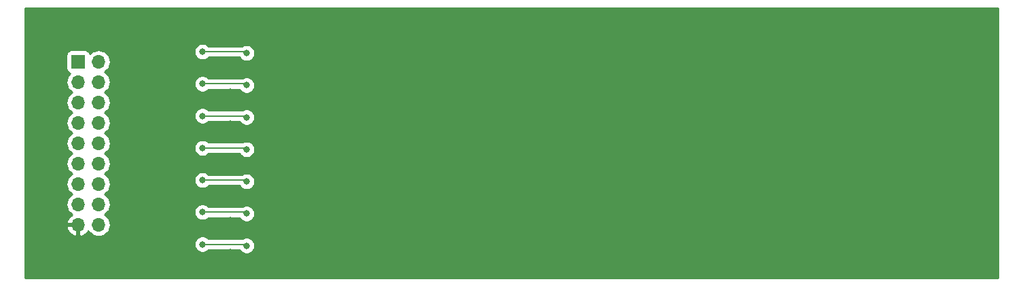
<source format=gbr>
G04 #@! TF.GenerationSoftware,KiCad,Pcbnew,5.1.4*
G04 #@! TF.CreationDate,2019-08-22T23:24:25+12:00*
G04 #@! TF.ProjectId,phloxleds,70686c6f-786c-4656-9473-2e6b69636164,rev?*
G04 #@! TF.SameCoordinates,Original*
G04 #@! TF.FileFunction,Copper,L2,Bot*
G04 #@! TF.FilePolarity,Positive*
%FSLAX46Y46*%
G04 Gerber Fmt 4.6, Leading zero omitted, Abs format (unit mm)*
G04 Created by KiCad (PCBNEW 5.1.4) date 2019-08-22 23:24:25*
%MOMM*%
%LPD*%
G04 APERTURE LIST*
%ADD10O,1.700000X1.700000*%
%ADD11R,1.700000X1.700000*%
%ADD12C,0.800000*%
%ADD13C,0.150000*%
%ADD14C,0.254000*%
G04 APERTURE END LIST*
D10*
X66455000Y-47570000D03*
X63915000Y-47570000D03*
X66455000Y-45030000D03*
X63915000Y-45030000D03*
X66455000Y-42490000D03*
X63915000Y-42490000D03*
X66455000Y-39950000D03*
X63915000Y-39950000D03*
X66455000Y-37410000D03*
X63915000Y-37410000D03*
X66455000Y-34870000D03*
X63915000Y-34870000D03*
X66455000Y-32330000D03*
X63915000Y-32330000D03*
X66455000Y-29790000D03*
X63915000Y-29790000D03*
X66455000Y-27250000D03*
D11*
X63915000Y-27250000D03*
D12*
X82915000Y-31000000D03*
X82915000Y-35000000D03*
X82915000Y-39000000D03*
X82915000Y-43000000D03*
X82915000Y-47000000D03*
X82915000Y-51000000D03*
X82915000Y-23000000D03*
X82915000Y-27000000D03*
X174915000Y-23500000D03*
X86915000Y-23000000D03*
X90915000Y-23000000D03*
X94915000Y-23000000D03*
X98915000Y-23000000D03*
X102915000Y-23000000D03*
X106915000Y-23000000D03*
X110915000Y-23000000D03*
X114915000Y-23000000D03*
X118915000Y-23000000D03*
X122915000Y-23000000D03*
X130915000Y-23000000D03*
X134915000Y-23000000D03*
X138915000Y-23000000D03*
X142915000Y-23000000D03*
X146915000Y-23000000D03*
X150915000Y-23000000D03*
X154915000Y-23000000D03*
X158915000Y-23000000D03*
X162915000Y-23000000D03*
X166915000Y-23000000D03*
X170915000Y-23000000D03*
X126915000Y-22500000D03*
X98915000Y-27000000D03*
X98915000Y-31000000D03*
X98915000Y-35000000D03*
X98915000Y-39000000D03*
X98915000Y-43000000D03*
X98915000Y-47000000D03*
X98915000Y-51000000D03*
X162915000Y-27000000D03*
X162915000Y-31000000D03*
X162915000Y-35000000D03*
X162915000Y-39000000D03*
X162915000Y-43000000D03*
X162915000Y-47000000D03*
X162915000Y-51000000D03*
X106915000Y-27000000D03*
X106915000Y-31000000D03*
X106915000Y-35000000D03*
X106915000Y-39000000D03*
X106915000Y-43000000D03*
X106915000Y-47000000D03*
X106915000Y-51000000D03*
X86915000Y-27000000D03*
X86915000Y-31000000D03*
X86915000Y-35000000D03*
X86915000Y-39000000D03*
X86915000Y-43000000D03*
X86915000Y-47000000D03*
X86915000Y-51000000D03*
X138915000Y-27000000D03*
X138915000Y-31000000D03*
X138915000Y-35000000D03*
X138915000Y-39000000D03*
X138915000Y-43000000D03*
X138915000Y-47000000D03*
X138915000Y-51000000D03*
X170915000Y-27000000D03*
X170915000Y-31000000D03*
X170915000Y-35000000D03*
X170915000Y-39000000D03*
X170915000Y-43000000D03*
X170915000Y-47000000D03*
X170915000Y-51000000D03*
X158915000Y-27000000D03*
X158915000Y-31000000D03*
X158915000Y-35000000D03*
X158915000Y-39000000D03*
X158915000Y-43000000D03*
X158915000Y-47000000D03*
X158915000Y-51000000D03*
X154915000Y-27000000D03*
X154915000Y-31000000D03*
X154915000Y-35000000D03*
X154915000Y-39000000D03*
X154915000Y-43000000D03*
X154915000Y-47000000D03*
X154915000Y-51000000D03*
X130915000Y-27000000D03*
X130915000Y-31000000D03*
X130915000Y-35000000D03*
X130915000Y-39000000D03*
X130915000Y-43000000D03*
X130915000Y-47000000D03*
X130915000Y-51000000D03*
X114915000Y-27000000D03*
X114915000Y-31000000D03*
X114915000Y-35000000D03*
X114915000Y-39000000D03*
X114915000Y-43000000D03*
X114915000Y-47000000D03*
X114915000Y-51000000D03*
X174915000Y-27500000D03*
X174915000Y-35500000D03*
X174915000Y-39500000D03*
X174915000Y-43500000D03*
X174915000Y-47500000D03*
X94915000Y-27000000D03*
X94915000Y-31000000D03*
X94915000Y-35000000D03*
X94915000Y-39000000D03*
X94915000Y-43000000D03*
X94915000Y-47000000D03*
X94915000Y-51000000D03*
X146915000Y-27000000D03*
X146915000Y-31000000D03*
X146915000Y-35000000D03*
X146915000Y-39000000D03*
X146915000Y-43000000D03*
X146915000Y-47000000D03*
X146915000Y-51000000D03*
X142915000Y-27000000D03*
X142915000Y-31000000D03*
X142915000Y-35000000D03*
X142915000Y-39000000D03*
X142915000Y-43000000D03*
X142915000Y-47000000D03*
X142915000Y-51000000D03*
X126915000Y-26500000D03*
X126915000Y-30500000D03*
X126915000Y-34500000D03*
X126915000Y-38500000D03*
X126915000Y-42500000D03*
X126915000Y-46500000D03*
X126915000Y-50500000D03*
X134915000Y-27000000D03*
X134915000Y-31000000D03*
X134915000Y-35000000D03*
X134915000Y-39000000D03*
X134915000Y-43000000D03*
X134915000Y-47000000D03*
X134915000Y-51000000D03*
X110915000Y-27000000D03*
X110915000Y-31000000D03*
X110915000Y-35000000D03*
X110915000Y-39000000D03*
X110915000Y-43000000D03*
X110915000Y-47000000D03*
X110915000Y-51000000D03*
X166915000Y-27000000D03*
X166915000Y-31000000D03*
X166915000Y-35000000D03*
X166915000Y-39000000D03*
X166915000Y-43000000D03*
X166915000Y-47000000D03*
X166915000Y-51000000D03*
X102915000Y-27000000D03*
X102915000Y-31000000D03*
X102915000Y-35000000D03*
X102915000Y-39000000D03*
X102915000Y-43000000D03*
X102915000Y-47000000D03*
X102915000Y-51000000D03*
X118915000Y-27000000D03*
X118915000Y-31000000D03*
X118915000Y-35000000D03*
X118915000Y-39000000D03*
X118915000Y-43000000D03*
X118915000Y-47000000D03*
X118915000Y-51000000D03*
X90915000Y-27000000D03*
X90915000Y-31000000D03*
X90915000Y-35000000D03*
X90915000Y-39000000D03*
X90915000Y-43000000D03*
X90915000Y-47000000D03*
X90915000Y-51000000D03*
X122915000Y-27000000D03*
X122915000Y-31000000D03*
X122915000Y-35000000D03*
X122915000Y-39000000D03*
X122915000Y-43000000D03*
X122915000Y-47000000D03*
X122915000Y-51000000D03*
X150915000Y-27000000D03*
X150915000Y-31000000D03*
X150915000Y-35000000D03*
X150915000Y-39000000D03*
X150915000Y-43000000D03*
X150915000Y-47000000D03*
X150915000Y-51000000D03*
X174915000Y-31500000D03*
X174915000Y-51500000D03*
X78127500Y-42712500D03*
X78127497Y-46712497D03*
X78127508Y-38712508D03*
X78127505Y-34712505D03*
X78127497Y-30712497D03*
X78127499Y-26712499D03*
X78127497Y-22712497D03*
X78127504Y-50712504D03*
X84915000Y-26175000D03*
X79415000Y-26000000D03*
X79415000Y-30000000D03*
X84915000Y-30175000D03*
X79415000Y-34000000D03*
X84915000Y-34175000D03*
X79415000Y-38000000D03*
X84915000Y-38175000D03*
X79415000Y-42000000D03*
X84915000Y-42175000D03*
X79415000Y-46000000D03*
X84915000Y-46175000D03*
X79415000Y-50000000D03*
X84915000Y-50175000D03*
D13*
X84740000Y-26000000D02*
X84915000Y-26175000D01*
X79415000Y-26000000D02*
X84740000Y-26000000D01*
X84740000Y-30000000D02*
X84915000Y-30175000D01*
X79415000Y-30000000D02*
X84740000Y-30000000D01*
X84740000Y-34000000D02*
X84915000Y-34175000D01*
X79415000Y-34000000D02*
X84740000Y-34000000D01*
X84740000Y-38000000D02*
X84915000Y-38175000D01*
X79415000Y-38000000D02*
X84740000Y-38000000D01*
X84740000Y-42000000D02*
X84915000Y-42175000D01*
X79415000Y-42000000D02*
X84740000Y-42000000D01*
X84740000Y-46000000D02*
X84915000Y-46175000D01*
X79415000Y-46000000D02*
X84740000Y-46000000D01*
X84740000Y-50000000D02*
X84915000Y-50175000D01*
X79415000Y-50000000D02*
X84740000Y-50000000D01*
D14*
G36*
X178525001Y-54230000D02*
G01*
X57345000Y-54230000D01*
X57345000Y-49898061D01*
X78380000Y-49898061D01*
X78380000Y-50101939D01*
X78419774Y-50301898D01*
X78497795Y-50490256D01*
X78611063Y-50659774D01*
X78755226Y-50803937D01*
X78924744Y-50917205D01*
X79113102Y-50995226D01*
X79313061Y-51035000D01*
X79516939Y-51035000D01*
X79716898Y-50995226D01*
X79905256Y-50917205D01*
X80074774Y-50803937D01*
X80168711Y-50710000D01*
X84027692Y-50710000D01*
X84111063Y-50834774D01*
X84255226Y-50978937D01*
X84424744Y-51092205D01*
X84613102Y-51170226D01*
X84813061Y-51210000D01*
X85016939Y-51210000D01*
X85216898Y-51170226D01*
X85405256Y-51092205D01*
X85574774Y-50978937D01*
X85718937Y-50834774D01*
X85832205Y-50665256D01*
X85910226Y-50476898D01*
X85950000Y-50276939D01*
X85950000Y-50073061D01*
X85910226Y-49873102D01*
X85832205Y-49684744D01*
X85718937Y-49515226D01*
X85574774Y-49371063D01*
X85405256Y-49257795D01*
X85216898Y-49179774D01*
X85016939Y-49140000D01*
X84813061Y-49140000D01*
X84613102Y-49179774D01*
X84424744Y-49257795D01*
X84376546Y-49290000D01*
X80168711Y-49290000D01*
X80074774Y-49196063D01*
X79905256Y-49082795D01*
X79716898Y-49004774D01*
X79516939Y-48965000D01*
X79313061Y-48965000D01*
X79113102Y-49004774D01*
X78924744Y-49082795D01*
X78755226Y-49196063D01*
X78611063Y-49340226D01*
X78497795Y-49509744D01*
X78419774Y-49698102D01*
X78380000Y-49898061D01*
X57345000Y-49898061D01*
X57345000Y-47926890D01*
X62473524Y-47926890D01*
X62518175Y-48074099D01*
X62643359Y-48336920D01*
X62817412Y-48570269D01*
X63033645Y-48765178D01*
X63283748Y-48914157D01*
X63558109Y-49011481D01*
X63788000Y-48890814D01*
X63788000Y-47697000D01*
X62594845Y-47697000D01*
X62473524Y-47926890D01*
X57345000Y-47926890D01*
X57345000Y-29790000D01*
X62422815Y-29790000D01*
X62451487Y-30081111D01*
X62536401Y-30361034D01*
X62674294Y-30619014D01*
X62859866Y-30845134D01*
X63085986Y-31030706D01*
X63140791Y-31060000D01*
X63085986Y-31089294D01*
X62859866Y-31274866D01*
X62674294Y-31500986D01*
X62536401Y-31758966D01*
X62451487Y-32038889D01*
X62422815Y-32330000D01*
X62451487Y-32621111D01*
X62536401Y-32901034D01*
X62674294Y-33159014D01*
X62859866Y-33385134D01*
X63085986Y-33570706D01*
X63140791Y-33600000D01*
X63085986Y-33629294D01*
X62859866Y-33814866D01*
X62674294Y-34040986D01*
X62536401Y-34298966D01*
X62451487Y-34578889D01*
X62422815Y-34870000D01*
X62451487Y-35161111D01*
X62536401Y-35441034D01*
X62674294Y-35699014D01*
X62859866Y-35925134D01*
X63085986Y-36110706D01*
X63140791Y-36140000D01*
X63085986Y-36169294D01*
X62859866Y-36354866D01*
X62674294Y-36580986D01*
X62536401Y-36838966D01*
X62451487Y-37118889D01*
X62422815Y-37410000D01*
X62451487Y-37701111D01*
X62536401Y-37981034D01*
X62674294Y-38239014D01*
X62859866Y-38465134D01*
X63085986Y-38650706D01*
X63140791Y-38680000D01*
X63085986Y-38709294D01*
X62859866Y-38894866D01*
X62674294Y-39120986D01*
X62536401Y-39378966D01*
X62451487Y-39658889D01*
X62422815Y-39950000D01*
X62451487Y-40241111D01*
X62536401Y-40521034D01*
X62674294Y-40779014D01*
X62859866Y-41005134D01*
X63085986Y-41190706D01*
X63140791Y-41220000D01*
X63085986Y-41249294D01*
X62859866Y-41434866D01*
X62674294Y-41660986D01*
X62536401Y-41918966D01*
X62451487Y-42198889D01*
X62422815Y-42490000D01*
X62451487Y-42781111D01*
X62536401Y-43061034D01*
X62674294Y-43319014D01*
X62859866Y-43545134D01*
X63085986Y-43730706D01*
X63140791Y-43760000D01*
X63085986Y-43789294D01*
X62859866Y-43974866D01*
X62674294Y-44200986D01*
X62536401Y-44458966D01*
X62451487Y-44738889D01*
X62422815Y-45030000D01*
X62451487Y-45321111D01*
X62536401Y-45601034D01*
X62674294Y-45859014D01*
X62859866Y-46085134D01*
X63085986Y-46270706D01*
X63150523Y-46305201D01*
X63033645Y-46374822D01*
X62817412Y-46569731D01*
X62643359Y-46803080D01*
X62518175Y-47065901D01*
X62473524Y-47213110D01*
X62594845Y-47443000D01*
X63788000Y-47443000D01*
X63788000Y-47423000D01*
X64042000Y-47423000D01*
X64042000Y-47443000D01*
X64062000Y-47443000D01*
X64062000Y-47697000D01*
X64042000Y-47697000D01*
X64042000Y-48890814D01*
X64271891Y-49011481D01*
X64546252Y-48914157D01*
X64796355Y-48765178D01*
X65012588Y-48570269D01*
X65183416Y-48341244D01*
X65214294Y-48399014D01*
X65399866Y-48625134D01*
X65625986Y-48810706D01*
X65883966Y-48948599D01*
X66163889Y-49033513D01*
X66382050Y-49055000D01*
X66527950Y-49055000D01*
X66746111Y-49033513D01*
X67026034Y-48948599D01*
X67284014Y-48810706D01*
X67510134Y-48625134D01*
X67695706Y-48399014D01*
X67833599Y-48141034D01*
X67918513Y-47861111D01*
X67947185Y-47570000D01*
X67918513Y-47278889D01*
X67833599Y-46998966D01*
X67695706Y-46740986D01*
X67510134Y-46514866D01*
X67284014Y-46329294D01*
X67229209Y-46300000D01*
X67284014Y-46270706D01*
X67510134Y-46085134D01*
X67663660Y-45898061D01*
X78380000Y-45898061D01*
X78380000Y-46101939D01*
X78419774Y-46301898D01*
X78497795Y-46490256D01*
X78611063Y-46659774D01*
X78755226Y-46803937D01*
X78924744Y-46917205D01*
X79113102Y-46995226D01*
X79313061Y-47035000D01*
X79516939Y-47035000D01*
X79716898Y-46995226D01*
X79905256Y-46917205D01*
X80074774Y-46803937D01*
X80168711Y-46710000D01*
X84027692Y-46710000D01*
X84111063Y-46834774D01*
X84255226Y-46978937D01*
X84424744Y-47092205D01*
X84613102Y-47170226D01*
X84813061Y-47210000D01*
X85016939Y-47210000D01*
X85216898Y-47170226D01*
X85405256Y-47092205D01*
X85574774Y-46978937D01*
X85718937Y-46834774D01*
X85832205Y-46665256D01*
X85910226Y-46476898D01*
X85950000Y-46276939D01*
X85950000Y-46073061D01*
X85910226Y-45873102D01*
X85832205Y-45684744D01*
X85718937Y-45515226D01*
X85574774Y-45371063D01*
X85405256Y-45257795D01*
X85216898Y-45179774D01*
X85016939Y-45140000D01*
X84813061Y-45140000D01*
X84613102Y-45179774D01*
X84424744Y-45257795D01*
X84376546Y-45290000D01*
X80168711Y-45290000D01*
X80074774Y-45196063D01*
X79905256Y-45082795D01*
X79716898Y-45004774D01*
X79516939Y-44965000D01*
X79313061Y-44965000D01*
X79113102Y-45004774D01*
X78924744Y-45082795D01*
X78755226Y-45196063D01*
X78611063Y-45340226D01*
X78497795Y-45509744D01*
X78419774Y-45698102D01*
X78380000Y-45898061D01*
X67663660Y-45898061D01*
X67695706Y-45859014D01*
X67833599Y-45601034D01*
X67918513Y-45321111D01*
X67947185Y-45030000D01*
X67918513Y-44738889D01*
X67833599Y-44458966D01*
X67695706Y-44200986D01*
X67510134Y-43974866D01*
X67284014Y-43789294D01*
X67229209Y-43760000D01*
X67284014Y-43730706D01*
X67510134Y-43545134D01*
X67695706Y-43319014D01*
X67833599Y-43061034D01*
X67918513Y-42781111D01*
X67947185Y-42490000D01*
X67918513Y-42198889D01*
X67833599Y-41918966D01*
X67822426Y-41898061D01*
X78380000Y-41898061D01*
X78380000Y-42101939D01*
X78419774Y-42301898D01*
X78497795Y-42490256D01*
X78611063Y-42659774D01*
X78755226Y-42803937D01*
X78924744Y-42917205D01*
X79113102Y-42995226D01*
X79313061Y-43035000D01*
X79516939Y-43035000D01*
X79716898Y-42995226D01*
X79905256Y-42917205D01*
X80074774Y-42803937D01*
X80168711Y-42710000D01*
X84027692Y-42710000D01*
X84111063Y-42834774D01*
X84255226Y-42978937D01*
X84424744Y-43092205D01*
X84613102Y-43170226D01*
X84813061Y-43210000D01*
X85016939Y-43210000D01*
X85216898Y-43170226D01*
X85405256Y-43092205D01*
X85574774Y-42978937D01*
X85718937Y-42834774D01*
X85832205Y-42665256D01*
X85910226Y-42476898D01*
X85950000Y-42276939D01*
X85950000Y-42073061D01*
X85910226Y-41873102D01*
X85832205Y-41684744D01*
X85718937Y-41515226D01*
X85574774Y-41371063D01*
X85405256Y-41257795D01*
X85216898Y-41179774D01*
X85016939Y-41140000D01*
X84813061Y-41140000D01*
X84613102Y-41179774D01*
X84424744Y-41257795D01*
X84376546Y-41290000D01*
X80168711Y-41290000D01*
X80074774Y-41196063D01*
X79905256Y-41082795D01*
X79716898Y-41004774D01*
X79516939Y-40965000D01*
X79313061Y-40965000D01*
X79113102Y-41004774D01*
X78924744Y-41082795D01*
X78755226Y-41196063D01*
X78611063Y-41340226D01*
X78497795Y-41509744D01*
X78419774Y-41698102D01*
X78380000Y-41898061D01*
X67822426Y-41898061D01*
X67695706Y-41660986D01*
X67510134Y-41434866D01*
X67284014Y-41249294D01*
X67229209Y-41220000D01*
X67284014Y-41190706D01*
X67510134Y-41005134D01*
X67695706Y-40779014D01*
X67833599Y-40521034D01*
X67918513Y-40241111D01*
X67947185Y-39950000D01*
X67918513Y-39658889D01*
X67833599Y-39378966D01*
X67695706Y-39120986D01*
X67510134Y-38894866D01*
X67284014Y-38709294D01*
X67229209Y-38680000D01*
X67284014Y-38650706D01*
X67510134Y-38465134D01*
X67695706Y-38239014D01*
X67833599Y-37981034D01*
X67858768Y-37898061D01*
X78380000Y-37898061D01*
X78380000Y-38101939D01*
X78419774Y-38301898D01*
X78497795Y-38490256D01*
X78611063Y-38659774D01*
X78755226Y-38803937D01*
X78924744Y-38917205D01*
X79113102Y-38995226D01*
X79313061Y-39035000D01*
X79516939Y-39035000D01*
X79716898Y-38995226D01*
X79905256Y-38917205D01*
X80074774Y-38803937D01*
X80168711Y-38710000D01*
X84027692Y-38710000D01*
X84111063Y-38834774D01*
X84255226Y-38978937D01*
X84424744Y-39092205D01*
X84613102Y-39170226D01*
X84813061Y-39210000D01*
X85016939Y-39210000D01*
X85216898Y-39170226D01*
X85405256Y-39092205D01*
X85574774Y-38978937D01*
X85718937Y-38834774D01*
X85832205Y-38665256D01*
X85910226Y-38476898D01*
X85950000Y-38276939D01*
X85950000Y-38073061D01*
X85910226Y-37873102D01*
X85832205Y-37684744D01*
X85718937Y-37515226D01*
X85574774Y-37371063D01*
X85405256Y-37257795D01*
X85216898Y-37179774D01*
X85016939Y-37140000D01*
X84813061Y-37140000D01*
X84613102Y-37179774D01*
X84424744Y-37257795D01*
X84376546Y-37290000D01*
X80168711Y-37290000D01*
X80074774Y-37196063D01*
X79905256Y-37082795D01*
X79716898Y-37004774D01*
X79516939Y-36965000D01*
X79313061Y-36965000D01*
X79113102Y-37004774D01*
X78924744Y-37082795D01*
X78755226Y-37196063D01*
X78611063Y-37340226D01*
X78497795Y-37509744D01*
X78419774Y-37698102D01*
X78380000Y-37898061D01*
X67858768Y-37898061D01*
X67918513Y-37701111D01*
X67947185Y-37410000D01*
X67918513Y-37118889D01*
X67833599Y-36838966D01*
X67695706Y-36580986D01*
X67510134Y-36354866D01*
X67284014Y-36169294D01*
X67229209Y-36140000D01*
X67284014Y-36110706D01*
X67510134Y-35925134D01*
X67695706Y-35699014D01*
X67833599Y-35441034D01*
X67918513Y-35161111D01*
X67947185Y-34870000D01*
X67918513Y-34578889D01*
X67833599Y-34298966D01*
X67695706Y-34040986D01*
X67578411Y-33898061D01*
X78380000Y-33898061D01*
X78380000Y-34101939D01*
X78419774Y-34301898D01*
X78497795Y-34490256D01*
X78611063Y-34659774D01*
X78755226Y-34803937D01*
X78924744Y-34917205D01*
X79113102Y-34995226D01*
X79313061Y-35035000D01*
X79516939Y-35035000D01*
X79716898Y-34995226D01*
X79905256Y-34917205D01*
X80074774Y-34803937D01*
X80168711Y-34710000D01*
X84027692Y-34710000D01*
X84111063Y-34834774D01*
X84255226Y-34978937D01*
X84424744Y-35092205D01*
X84613102Y-35170226D01*
X84813061Y-35210000D01*
X85016939Y-35210000D01*
X85216898Y-35170226D01*
X85405256Y-35092205D01*
X85574774Y-34978937D01*
X85718937Y-34834774D01*
X85832205Y-34665256D01*
X85910226Y-34476898D01*
X85950000Y-34276939D01*
X85950000Y-34073061D01*
X85910226Y-33873102D01*
X85832205Y-33684744D01*
X85718937Y-33515226D01*
X85574774Y-33371063D01*
X85405256Y-33257795D01*
X85216898Y-33179774D01*
X85016939Y-33140000D01*
X84813061Y-33140000D01*
X84613102Y-33179774D01*
X84424744Y-33257795D01*
X84376546Y-33290000D01*
X80168711Y-33290000D01*
X80074774Y-33196063D01*
X79905256Y-33082795D01*
X79716898Y-33004774D01*
X79516939Y-32965000D01*
X79313061Y-32965000D01*
X79113102Y-33004774D01*
X78924744Y-33082795D01*
X78755226Y-33196063D01*
X78611063Y-33340226D01*
X78497795Y-33509744D01*
X78419774Y-33698102D01*
X78380000Y-33898061D01*
X67578411Y-33898061D01*
X67510134Y-33814866D01*
X67284014Y-33629294D01*
X67229209Y-33600000D01*
X67284014Y-33570706D01*
X67510134Y-33385134D01*
X67695706Y-33159014D01*
X67833599Y-32901034D01*
X67918513Y-32621111D01*
X67947185Y-32330000D01*
X67918513Y-32038889D01*
X67833599Y-31758966D01*
X67695706Y-31500986D01*
X67510134Y-31274866D01*
X67284014Y-31089294D01*
X67229209Y-31060000D01*
X67284014Y-31030706D01*
X67510134Y-30845134D01*
X67695706Y-30619014D01*
X67833599Y-30361034D01*
X67918513Y-30081111D01*
X67936541Y-29898061D01*
X78380000Y-29898061D01*
X78380000Y-30101939D01*
X78419774Y-30301898D01*
X78497795Y-30490256D01*
X78611063Y-30659774D01*
X78755226Y-30803937D01*
X78924744Y-30917205D01*
X79113102Y-30995226D01*
X79313061Y-31035000D01*
X79516939Y-31035000D01*
X79716898Y-30995226D01*
X79905256Y-30917205D01*
X80074774Y-30803937D01*
X80168711Y-30710000D01*
X84027692Y-30710000D01*
X84111063Y-30834774D01*
X84255226Y-30978937D01*
X84424744Y-31092205D01*
X84613102Y-31170226D01*
X84813061Y-31210000D01*
X85016939Y-31210000D01*
X85216898Y-31170226D01*
X85405256Y-31092205D01*
X85574774Y-30978937D01*
X85718937Y-30834774D01*
X85832205Y-30665256D01*
X85910226Y-30476898D01*
X85950000Y-30276939D01*
X85950000Y-30073061D01*
X85910226Y-29873102D01*
X85832205Y-29684744D01*
X85718937Y-29515226D01*
X85574774Y-29371063D01*
X85405256Y-29257795D01*
X85216898Y-29179774D01*
X85016939Y-29140000D01*
X84813061Y-29140000D01*
X84613102Y-29179774D01*
X84424744Y-29257795D01*
X84376546Y-29290000D01*
X80168711Y-29290000D01*
X80074774Y-29196063D01*
X79905256Y-29082795D01*
X79716898Y-29004774D01*
X79516939Y-28965000D01*
X79313061Y-28965000D01*
X79113102Y-29004774D01*
X78924744Y-29082795D01*
X78755226Y-29196063D01*
X78611063Y-29340226D01*
X78497795Y-29509744D01*
X78419774Y-29698102D01*
X78380000Y-29898061D01*
X67936541Y-29898061D01*
X67947185Y-29790000D01*
X67918513Y-29498889D01*
X67833599Y-29218966D01*
X67695706Y-28960986D01*
X67510134Y-28734866D01*
X67284014Y-28549294D01*
X67229209Y-28520000D01*
X67284014Y-28490706D01*
X67510134Y-28305134D01*
X67695706Y-28079014D01*
X67833599Y-27821034D01*
X67918513Y-27541111D01*
X67947185Y-27250000D01*
X67918513Y-26958889D01*
X67833599Y-26678966D01*
X67695706Y-26420986D01*
X67510134Y-26194866D01*
X67284014Y-26009294D01*
X67075912Y-25898061D01*
X78380000Y-25898061D01*
X78380000Y-26101939D01*
X78419774Y-26301898D01*
X78497795Y-26490256D01*
X78611063Y-26659774D01*
X78755226Y-26803937D01*
X78924744Y-26917205D01*
X79113102Y-26995226D01*
X79313061Y-27035000D01*
X79516939Y-27035000D01*
X79716898Y-26995226D01*
X79905256Y-26917205D01*
X80074774Y-26803937D01*
X80168711Y-26710000D01*
X84027692Y-26710000D01*
X84111063Y-26834774D01*
X84255226Y-26978937D01*
X84424744Y-27092205D01*
X84613102Y-27170226D01*
X84813061Y-27210000D01*
X85016939Y-27210000D01*
X85216898Y-27170226D01*
X85405256Y-27092205D01*
X85574774Y-26978937D01*
X85718937Y-26834774D01*
X85832205Y-26665256D01*
X85910226Y-26476898D01*
X85950000Y-26276939D01*
X85950000Y-26073061D01*
X85910226Y-25873102D01*
X85832205Y-25684744D01*
X85718937Y-25515226D01*
X85574774Y-25371063D01*
X85405256Y-25257795D01*
X85216898Y-25179774D01*
X85016939Y-25140000D01*
X84813061Y-25140000D01*
X84613102Y-25179774D01*
X84424744Y-25257795D01*
X84376546Y-25290000D01*
X80168711Y-25290000D01*
X80074774Y-25196063D01*
X79905256Y-25082795D01*
X79716898Y-25004774D01*
X79516939Y-24965000D01*
X79313061Y-24965000D01*
X79113102Y-25004774D01*
X78924744Y-25082795D01*
X78755226Y-25196063D01*
X78611063Y-25340226D01*
X78497795Y-25509744D01*
X78419774Y-25698102D01*
X78380000Y-25898061D01*
X67075912Y-25898061D01*
X67026034Y-25871401D01*
X66746111Y-25786487D01*
X66527950Y-25765000D01*
X66382050Y-25765000D01*
X66163889Y-25786487D01*
X65883966Y-25871401D01*
X65625986Y-26009294D01*
X65399866Y-26194866D01*
X65375393Y-26224687D01*
X65354502Y-26155820D01*
X65295537Y-26045506D01*
X65216185Y-25948815D01*
X65119494Y-25869463D01*
X65009180Y-25810498D01*
X64889482Y-25774188D01*
X64765000Y-25761928D01*
X63065000Y-25761928D01*
X62940518Y-25774188D01*
X62820820Y-25810498D01*
X62710506Y-25869463D01*
X62613815Y-25948815D01*
X62534463Y-26045506D01*
X62475498Y-26155820D01*
X62439188Y-26275518D01*
X62426928Y-26400000D01*
X62426928Y-28100000D01*
X62439188Y-28224482D01*
X62475498Y-28344180D01*
X62534463Y-28454494D01*
X62613815Y-28551185D01*
X62710506Y-28630537D01*
X62820820Y-28689502D01*
X62889687Y-28710393D01*
X62859866Y-28734866D01*
X62674294Y-28960986D01*
X62536401Y-29218966D01*
X62451487Y-29498889D01*
X62422815Y-29790000D01*
X57345000Y-29790000D01*
X57345000Y-20550000D01*
X178525000Y-20550000D01*
X178525001Y-54230000D01*
X178525001Y-54230000D01*
G37*
X178525001Y-54230000D02*
X57345000Y-54230000D01*
X57345000Y-49898061D01*
X78380000Y-49898061D01*
X78380000Y-50101939D01*
X78419774Y-50301898D01*
X78497795Y-50490256D01*
X78611063Y-50659774D01*
X78755226Y-50803937D01*
X78924744Y-50917205D01*
X79113102Y-50995226D01*
X79313061Y-51035000D01*
X79516939Y-51035000D01*
X79716898Y-50995226D01*
X79905256Y-50917205D01*
X80074774Y-50803937D01*
X80168711Y-50710000D01*
X84027692Y-50710000D01*
X84111063Y-50834774D01*
X84255226Y-50978937D01*
X84424744Y-51092205D01*
X84613102Y-51170226D01*
X84813061Y-51210000D01*
X85016939Y-51210000D01*
X85216898Y-51170226D01*
X85405256Y-51092205D01*
X85574774Y-50978937D01*
X85718937Y-50834774D01*
X85832205Y-50665256D01*
X85910226Y-50476898D01*
X85950000Y-50276939D01*
X85950000Y-50073061D01*
X85910226Y-49873102D01*
X85832205Y-49684744D01*
X85718937Y-49515226D01*
X85574774Y-49371063D01*
X85405256Y-49257795D01*
X85216898Y-49179774D01*
X85016939Y-49140000D01*
X84813061Y-49140000D01*
X84613102Y-49179774D01*
X84424744Y-49257795D01*
X84376546Y-49290000D01*
X80168711Y-49290000D01*
X80074774Y-49196063D01*
X79905256Y-49082795D01*
X79716898Y-49004774D01*
X79516939Y-48965000D01*
X79313061Y-48965000D01*
X79113102Y-49004774D01*
X78924744Y-49082795D01*
X78755226Y-49196063D01*
X78611063Y-49340226D01*
X78497795Y-49509744D01*
X78419774Y-49698102D01*
X78380000Y-49898061D01*
X57345000Y-49898061D01*
X57345000Y-47926890D01*
X62473524Y-47926890D01*
X62518175Y-48074099D01*
X62643359Y-48336920D01*
X62817412Y-48570269D01*
X63033645Y-48765178D01*
X63283748Y-48914157D01*
X63558109Y-49011481D01*
X63788000Y-48890814D01*
X63788000Y-47697000D01*
X62594845Y-47697000D01*
X62473524Y-47926890D01*
X57345000Y-47926890D01*
X57345000Y-29790000D01*
X62422815Y-29790000D01*
X62451487Y-30081111D01*
X62536401Y-30361034D01*
X62674294Y-30619014D01*
X62859866Y-30845134D01*
X63085986Y-31030706D01*
X63140791Y-31060000D01*
X63085986Y-31089294D01*
X62859866Y-31274866D01*
X62674294Y-31500986D01*
X62536401Y-31758966D01*
X62451487Y-32038889D01*
X62422815Y-32330000D01*
X62451487Y-32621111D01*
X62536401Y-32901034D01*
X62674294Y-33159014D01*
X62859866Y-33385134D01*
X63085986Y-33570706D01*
X63140791Y-33600000D01*
X63085986Y-33629294D01*
X62859866Y-33814866D01*
X62674294Y-34040986D01*
X62536401Y-34298966D01*
X62451487Y-34578889D01*
X62422815Y-34870000D01*
X62451487Y-35161111D01*
X62536401Y-35441034D01*
X62674294Y-35699014D01*
X62859866Y-35925134D01*
X63085986Y-36110706D01*
X63140791Y-36140000D01*
X63085986Y-36169294D01*
X62859866Y-36354866D01*
X62674294Y-36580986D01*
X62536401Y-36838966D01*
X62451487Y-37118889D01*
X62422815Y-37410000D01*
X62451487Y-37701111D01*
X62536401Y-37981034D01*
X62674294Y-38239014D01*
X62859866Y-38465134D01*
X63085986Y-38650706D01*
X63140791Y-38680000D01*
X63085986Y-38709294D01*
X62859866Y-38894866D01*
X62674294Y-39120986D01*
X62536401Y-39378966D01*
X62451487Y-39658889D01*
X62422815Y-39950000D01*
X62451487Y-40241111D01*
X62536401Y-40521034D01*
X62674294Y-40779014D01*
X62859866Y-41005134D01*
X63085986Y-41190706D01*
X63140791Y-41220000D01*
X63085986Y-41249294D01*
X62859866Y-41434866D01*
X62674294Y-41660986D01*
X62536401Y-41918966D01*
X62451487Y-42198889D01*
X62422815Y-42490000D01*
X62451487Y-42781111D01*
X62536401Y-43061034D01*
X62674294Y-43319014D01*
X62859866Y-43545134D01*
X63085986Y-43730706D01*
X63140791Y-43760000D01*
X63085986Y-43789294D01*
X62859866Y-43974866D01*
X62674294Y-44200986D01*
X62536401Y-44458966D01*
X62451487Y-44738889D01*
X62422815Y-45030000D01*
X62451487Y-45321111D01*
X62536401Y-45601034D01*
X62674294Y-45859014D01*
X62859866Y-46085134D01*
X63085986Y-46270706D01*
X63150523Y-46305201D01*
X63033645Y-46374822D01*
X62817412Y-46569731D01*
X62643359Y-46803080D01*
X62518175Y-47065901D01*
X62473524Y-47213110D01*
X62594845Y-47443000D01*
X63788000Y-47443000D01*
X63788000Y-47423000D01*
X64042000Y-47423000D01*
X64042000Y-47443000D01*
X64062000Y-47443000D01*
X64062000Y-47697000D01*
X64042000Y-47697000D01*
X64042000Y-48890814D01*
X64271891Y-49011481D01*
X64546252Y-48914157D01*
X64796355Y-48765178D01*
X65012588Y-48570269D01*
X65183416Y-48341244D01*
X65214294Y-48399014D01*
X65399866Y-48625134D01*
X65625986Y-48810706D01*
X65883966Y-48948599D01*
X66163889Y-49033513D01*
X66382050Y-49055000D01*
X66527950Y-49055000D01*
X66746111Y-49033513D01*
X67026034Y-48948599D01*
X67284014Y-48810706D01*
X67510134Y-48625134D01*
X67695706Y-48399014D01*
X67833599Y-48141034D01*
X67918513Y-47861111D01*
X67947185Y-47570000D01*
X67918513Y-47278889D01*
X67833599Y-46998966D01*
X67695706Y-46740986D01*
X67510134Y-46514866D01*
X67284014Y-46329294D01*
X67229209Y-46300000D01*
X67284014Y-46270706D01*
X67510134Y-46085134D01*
X67663660Y-45898061D01*
X78380000Y-45898061D01*
X78380000Y-46101939D01*
X78419774Y-46301898D01*
X78497795Y-46490256D01*
X78611063Y-46659774D01*
X78755226Y-46803937D01*
X78924744Y-46917205D01*
X79113102Y-46995226D01*
X79313061Y-47035000D01*
X79516939Y-47035000D01*
X79716898Y-46995226D01*
X79905256Y-46917205D01*
X80074774Y-46803937D01*
X80168711Y-46710000D01*
X84027692Y-46710000D01*
X84111063Y-46834774D01*
X84255226Y-46978937D01*
X84424744Y-47092205D01*
X84613102Y-47170226D01*
X84813061Y-47210000D01*
X85016939Y-47210000D01*
X85216898Y-47170226D01*
X85405256Y-47092205D01*
X85574774Y-46978937D01*
X85718937Y-46834774D01*
X85832205Y-46665256D01*
X85910226Y-46476898D01*
X85950000Y-46276939D01*
X85950000Y-46073061D01*
X85910226Y-45873102D01*
X85832205Y-45684744D01*
X85718937Y-45515226D01*
X85574774Y-45371063D01*
X85405256Y-45257795D01*
X85216898Y-45179774D01*
X85016939Y-45140000D01*
X84813061Y-45140000D01*
X84613102Y-45179774D01*
X84424744Y-45257795D01*
X84376546Y-45290000D01*
X80168711Y-45290000D01*
X80074774Y-45196063D01*
X79905256Y-45082795D01*
X79716898Y-45004774D01*
X79516939Y-44965000D01*
X79313061Y-44965000D01*
X79113102Y-45004774D01*
X78924744Y-45082795D01*
X78755226Y-45196063D01*
X78611063Y-45340226D01*
X78497795Y-45509744D01*
X78419774Y-45698102D01*
X78380000Y-45898061D01*
X67663660Y-45898061D01*
X67695706Y-45859014D01*
X67833599Y-45601034D01*
X67918513Y-45321111D01*
X67947185Y-45030000D01*
X67918513Y-44738889D01*
X67833599Y-44458966D01*
X67695706Y-44200986D01*
X67510134Y-43974866D01*
X67284014Y-43789294D01*
X67229209Y-43760000D01*
X67284014Y-43730706D01*
X67510134Y-43545134D01*
X67695706Y-43319014D01*
X67833599Y-43061034D01*
X67918513Y-42781111D01*
X67947185Y-42490000D01*
X67918513Y-42198889D01*
X67833599Y-41918966D01*
X67822426Y-41898061D01*
X78380000Y-41898061D01*
X78380000Y-42101939D01*
X78419774Y-42301898D01*
X78497795Y-42490256D01*
X78611063Y-42659774D01*
X78755226Y-42803937D01*
X78924744Y-42917205D01*
X79113102Y-42995226D01*
X79313061Y-43035000D01*
X79516939Y-43035000D01*
X79716898Y-42995226D01*
X79905256Y-42917205D01*
X80074774Y-42803937D01*
X80168711Y-42710000D01*
X84027692Y-42710000D01*
X84111063Y-42834774D01*
X84255226Y-42978937D01*
X84424744Y-43092205D01*
X84613102Y-43170226D01*
X84813061Y-43210000D01*
X85016939Y-43210000D01*
X85216898Y-43170226D01*
X85405256Y-43092205D01*
X85574774Y-42978937D01*
X85718937Y-42834774D01*
X85832205Y-42665256D01*
X85910226Y-42476898D01*
X85950000Y-42276939D01*
X85950000Y-42073061D01*
X85910226Y-41873102D01*
X85832205Y-41684744D01*
X85718937Y-41515226D01*
X85574774Y-41371063D01*
X85405256Y-41257795D01*
X85216898Y-41179774D01*
X85016939Y-41140000D01*
X84813061Y-41140000D01*
X84613102Y-41179774D01*
X84424744Y-41257795D01*
X84376546Y-41290000D01*
X80168711Y-41290000D01*
X80074774Y-41196063D01*
X79905256Y-41082795D01*
X79716898Y-41004774D01*
X79516939Y-40965000D01*
X79313061Y-40965000D01*
X79113102Y-41004774D01*
X78924744Y-41082795D01*
X78755226Y-41196063D01*
X78611063Y-41340226D01*
X78497795Y-41509744D01*
X78419774Y-41698102D01*
X78380000Y-41898061D01*
X67822426Y-41898061D01*
X67695706Y-41660986D01*
X67510134Y-41434866D01*
X67284014Y-41249294D01*
X67229209Y-41220000D01*
X67284014Y-41190706D01*
X67510134Y-41005134D01*
X67695706Y-40779014D01*
X67833599Y-40521034D01*
X67918513Y-40241111D01*
X67947185Y-39950000D01*
X67918513Y-39658889D01*
X67833599Y-39378966D01*
X67695706Y-39120986D01*
X67510134Y-38894866D01*
X67284014Y-38709294D01*
X67229209Y-38680000D01*
X67284014Y-38650706D01*
X67510134Y-38465134D01*
X67695706Y-38239014D01*
X67833599Y-37981034D01*
X67858768Y-37898061D01*
X78380000Y-37898061D01*
X78380000Y-38101939D01*
X78419774Y-38301898D01*
X78497795Y-38490256D01*
X78611063Y-38659774D01*
X78755226Y-38803937D01*
X78924744Y-38917205D01*
X79113102Y-38995226D01*
X79313061Y-39035000D01*
X79516939Y-39035000D01*
X79716898Y-38995226D01*
X79905256Y-38917205D01*
X80074774Y-38803937D01*
X80168711Y-38710000D01*
X84027692Y-38710000D01*
X84111063Y-38834774D01*
X84255226Y-38978937D01*
X84424744Y-39092205D01*
X84613102Y-39170226D01*
X84813061Y-39210000D01*
X85016939Y-39210000D01*
X85216898Y-39170226D01*
X85405256Y-39092205D01*
X85574774Y-38978937D01*
X85718937Y-38834774D01*
X85832205Y-38665256D01*
X85910226Y-38476898D01*
X85950000Y-38276939D01*
X85950000Y-38073061D01*
X85910226Y-37873102D01*
X85832205Y-37684744D01*
X85718937Y-37515226D01*
X85574774Y-37371063D01*
X85405256Y-37257795D01*
X85216898Y-37179774D01*
X85016939Y-37140000D01*
X84813061Y-37140000D01*
X84613102Y-37179774D01*
X84424744Y-37257795D01*
X84376546Y-37290000D01*
X80168711Y-37290000D01*
X80074774Y-37196063D01*
X79905256Y-37082795D01*
X79716898Y-37004774D01*
X79516939Y-36965000D01*
X79313061Y-36965000D01*
X79113102Y-37004774D01*
X78924744Y-37082795D01*
X78755226Y-37196063D01*
X78611063Y-37340226D01*
X78497795Y-37509744D01*
X78419774Y-37698102D01*
X78380000Y-37898061D01*
X67858768Y-37898061D01*
X67918513Y-37701111D01*
X67947185Y-37410000D01*
X67918513Y-37118889D01*
X67833599Y-36838966D01*
X67695706Y-36580986D01*
X67510134Y-36354866D01*
X67284014Y-36169294D01*
X67229209Y-36140000D01*
X67284014Y-36110706D01*
X67510134Y-35925134D01*
X67695706Y-35699014D01*
X67833599Y-35441034D01*
X67918513Y-35161111D01*
X67947185Y-34870000D01*
X67918513Y-34578889D01*
X67833599Y-34298966D01*
X67695706Y-34040986D01*
X67578411Y-33898061D01*
X78380000Y-33898061D01*
X78380000Y-34101939D01*
X78419774Y-34301898D01*
X78497795Y-34490256D01*
X78611063Y-34659774D01*
X78755226Y-34803937D01*
X78924744Y-34917205D01*
X79113102Y-34995226D01*
X79313061Y-35035000D01*
X79516939Y-35035000D01*
X79716898Y-34995226D01*
X79905256Y-34917205D01*
X80074774Y-34803937D01*
X80168711Y-34710000D01*
X84027692Y-34710000D01*
X84111063Y-34834774D01*
X84255226Y-34978937D01*
X84424744Y-35092205D01*
X84613102Y-35170226D01*
X84813061Y-35210000D01*
X85016939Y-35210000D01*
X85216898Y-35170226D01*
X85405256Y-35092205D01*
X85574774Y-34978937D01*
X85718937Y-34834774D01*
X85832205Y-34665256D01*
X85910226Y-34476898D01*
X85950000Y-34276939D01*
X85950000Y-34073061D01*
X85910226Y-33873102D01*
X85832205Y-33684744D01*
X85718937Y-33515226D01*
X85574774Y-33371063D01*
X85405256Y-33257795D01*
X85216898Y-33179774D01*
X85016939Y-33140000D01*
X84813061Y-33140000D01*
X84613102Y-33179774D01*
X84424744Y-33257795D01*
X84376546Y-33290000D01*
X80168711Y-33290000D01*
X80074774Y-33196063D01*
X79905256Y-33082795D01*
X79716898Y-33004774D01*
X79516939Y-32965000D01*
X79313061Y-32965000D01*
X79113102Y-33004774D01*
X78924744Y-33082795D01*
X78755226Y-33196063D01*
X78611063Y-33340226D01*
X78497795Y-33509744D01*
X78419774Y-33698102D01*
X78380000Y-33898061D01*
X67578411Y-33898061D01*
X67510134Y-33814866D01*
X67284014Y-33629294D01*
X67229209Y-33600000D01*
X67284014Y-33570706D01*
X67510134Y-33385134D01*
X67695706Y-33159014D01*
X67833599Y-32901034D01*
X67918513Y-32621111D01*
X67947185Y-32330000D01*
X67918513Y-32038889D01*
X67833599Y-31758966D01*
X67695706Y-31500986D01*
X67510134Y-31274866D01*
X67284014Y-31089294D01*
X67229209Y-31060000D01*
X67284014Y-31030706D01*
X67510134Y-30845134D01*
X67695706Y-30619014D01*
X67833599Y-30361034D01*
X67918513Y-30081111D01*
X67936541Y-29898061D01*
X78380000Y-29898061D01*
X78380000Y-30101939D01*
X78419774Y-30301898D01*
X78497795Y-30490256D01*
X78611063Y-30659774D01*
X78755226Y-30803937D01*
X78924744Y-30917205D01*
X79113102Y-30995226D01*
X79313061Y-31035000D01*
X79516939Y-31035000D01*
X79716898Y-30995226D01*
X79905256Y-30917205D01*
X80074774Y-30803937D01*
X80168711Y-30710000D01*
X84027692Y-30710000D01*
X84111063Y-30834774D01*
X84255226Y-30978937D01*
X84424744Y-31092205D01*
X84613102Y-31170226D01*
X84813061Y-31210000D01*
X85016939Y-31210000D01*
X85216898Y-31170226D01*
X85405256Y-31092205D01*
X85574774Y-30978937D01*
X85718937Y-30834774D01*
X85832205Y-30665256D01*
X85910226Y-30476898D01*
X85950000Y-30276939D01*
X85950000Y-30073061D01*
X85910226Y-29873102D01*
X85832205Y-29684744D01*
X85718937Y-29515226D01*
X85574774Y-29371063D01*
X85405256Y-29257795D01*
X85216898Y-29179774D01*
X85016939Y-29140000D01*
X84813061Y-29140000D01*
X84613102Y-29179774D01*
X84424744Y-29257795D01*
X84376546Y-29290000D01*
X80168711Y-29290000D01*
X80074774Y-29196063D01*
X79905256Y-29082795D01*
X79716898Y-29004774D01*
X79516939Y-28965000D01*
X79313061Y-28965000D01*
X79113102Y-29004774D01*
X78924744Y-29082795D01*
X78755226Y-29196063D01*
X78611063Y-29340226D01*
X78497795Y-29509744D01*
X78419774Y-29698102D01*
X78380000Y-29898061D01*
X67936541Y-29898061D01*
X67947185Y-29790000D01*
X67918513Y-29498889D01*
X67833599Y-29218966D01*
X67695706Y-28960986D01*
X67510134Y-28734866D01*
X67284014Y-28549294D01*
X67229209Y-28520000D01*
X67284014Y-28490706D01*
X67510134Y-28305134D01*
X67695706Y-28079014D01*
X67833599Y-27821034D01*
X67918513Y-27541111D01*
X67947185Y-27250000D01*
X67918513Y-26958889D01*
X67833599Y-26678966D01*
X67695706Y-26420986D01*
X67510134Y-26194866D01*
X67284014Y-26009294D01*
X67075912Y-25898061D01*
X78380000Y-25898061D01*
X78380000Y-26101939D01*
X78419774Y-26301898D01*
X78497795Y-26490256D01*
X78611063Y-26659774D01*
X78755226Y-26803937D01*
X78924744Y-26917205D01*
X79113102Y-26995226D01*
X79313061Y-27035000D01*
X79516939Y-27035000D01*
X79716898Y-26995226D01*
X79905256Y-26917205D01*
X80074774Y-26803937D01*
X80168711Y-26710000D01*
X84027692Y-26710000D01*
X84111063Y-26834774D01*
X84255226Y-26978937D01*
X84424744Y-27092205D01*
X84613102Y-27170226D01*
X84813061Y-27210000D01*
X85016939Y-27210000D01*
X85216898Y-27170226D01*
X85405256Y-27092205D01*
X85574774Y-26978937D01*
X85718937Y-26834774D01*
X85832205Y-26665256D01*
X85910226Y-26476898D01*
X85950000Y-26276939D01*
X85950000Y-26073061D01*
X85910226Y-25873102D01*
X85832205Y-25684744D01*
X85718937Y-25515226D01*
X85574774Y-25371063D01*
X85405256Y-25257795D01*
X85216898Y-25179774D01*
X85016939Y-25140000D01*
X84813061Y-25140000D01*
X84613102Y-25179774D01*
X84424744Y-25257795D01*
X84376546Y-25290000D01*
X80168711Y-25290000D01*
X80074774Y-25196063D01*
X79905256Y-25082795D01*
X79716898Y-25004774D01*
X79516939Y-24965000D01*
X79313061Y-24965000D01*
X79113102Y-25004774D01*
X78924744Y-25082795D01*
X78755226Y-25196063D01*
X78611063Y-25340226D01*
X78497795Y-25509744D01*
X78419774Y-25698102D01*
X78380000Y-25898061D01*
X67075912Y-25898061D01*
X67026034Y-25871401D01*
X66746111Y-25786487D01*
X66527950Y-25765000D01*
X66382050Y-25765000D01*
X66163889Y-25786487D01*
X65883966Y-25871401D01*
X65625986Y-26009294D01*
X65399866Y-26194866D01*
X65375393Y-26224687D01*
X65354502Y-26155820D01*
X65295537Y-26045506D01*
X65216185Y-25948815D01*
X65119494Y-25869463D01*
X65009180Y-25810498D01*
X64889482Y-25774188D01*
X64765000Y-25761928D01*
X63065000Y-25761928D01*
X62940518Y-25774188D01*
X62820820Y-25810498D01*
X62710506Y-25869463D01*
X62613815Y-25948815D01*
X62534463Y-26045506D01*
X62475498Y-26155820D01*
X62439188Y-26275518D01*
X62426928Y-26400000D01*
X62426928Y-28100000D01*
X62439188Y-28224482D01*
X62475498Y-28344180D01*
X62534463Y-28454494D01*
X62613815Y-28551185D01*
X62710506Y-28630537D01*
X62820820Y-28689502D01*
X62889687Y-28710393D01*
X62859866Y-28734866D01*
X62674294Y-28960986D01*
X62536401Y-29218966D01*
X62451487Y-29498889D01*
X62422815Y-29790000D01*
X57345000Y-29790000D01*
X57345000Y-20550000D01*
X178525000Y-20550000D01*
X178525001Y-54230000D01*
M02*

</source>
